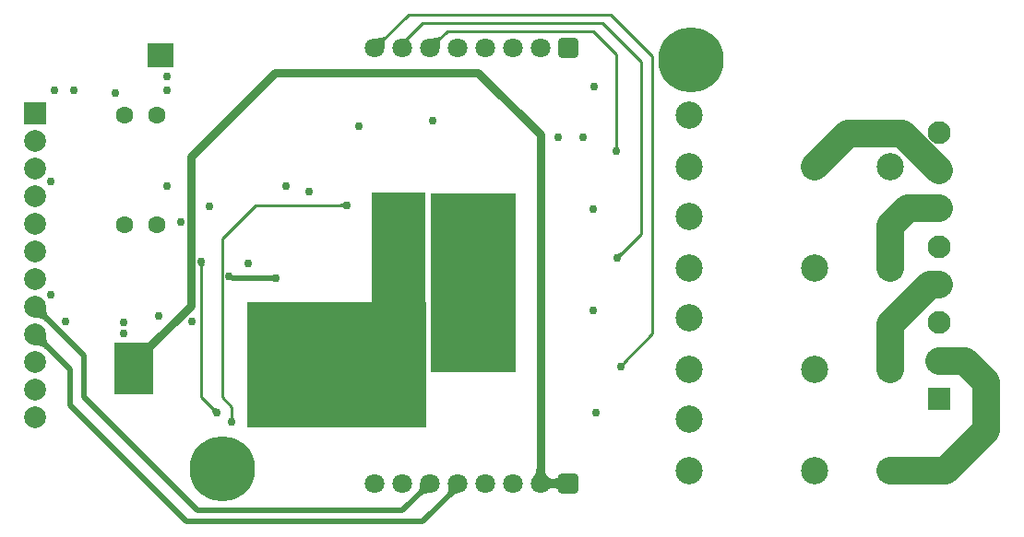
<source format=gbl>
G04*
G04 #@! TF.GenerationSoftware,Altium Limited,Altium Designer,20.0.2 (26)*
G04*
G04 Layer_Physical_Order=4*
G04 Layer_Color=16711680*
%FSLAX25Y25*%
%MOIN*%
G70*
G01*
G75*
%ADD12C,0.01000*%
%ADD88C,0.03000*%
%ADD89C,0.09900*%
%ADD91C,0.02000*%
%ADD98R,0.14000X0.18500*%
%ADD112C,0.07874*%
%ADD113R,0.07874X0.07874*%
%ADD114C,0.07087*%
G04:AMPARAMS|DCode=115|XSize=70.87mil|YSize=70.87mil|CornerRadius=8.86mil|HoleSize=0mil|Usage=FLASHONLY|Rotation=180.000|XOffset=0mil|YOffset=0mil|HoleType=Round|Shape=RoundedRectangle|*
%AMROUNDEDRECTD115*
21,1,0.07087,0.05315,0,0,180.0*
21,1,0.05315,0.07087,0,0,180.0*
1,1,0.01772,-0.02657,0.02657*
1,1,0.01772,0.02657,0.02657*
1,1,0.01772,0.02657,-0.02657*
1,1,0.01772,-0.02657,-0.02657*
%
%ADD115ROUNDEDRECTD115*%
%ADD116C,0.06299*%
%ADD117C,0.23622*%
%ADD118C,0.09843*%
%ADD119C,0.08268*%
%ADD120R,0.08268X0.08268*%
%ADD121C,0.01968*%
%ADD122C,0.03000*%
%ADD138R,0.64500X0.45500*%
%ADD139R,0.19500X0.44000*%
%ADD140R,0.30500X0.64500*%
%ADD141R,0.09500X0.08500*%
G36*
X39089Y-128495D02*
X38844Y-128276D01*
X38574Y-128079D01*
X38277Y-127907D01*
X37955Y-127758D01*
X37606Y-127633D01*
X37231Y-127532D01*
X36830Y-127454D01*
X36404Y-127400D01*
X35951Y-127369D01*
X35472Y-127362D01*
X39370Y-123465D01*
X39377Y-123943D01*
X39407Y-124396D01*
X39461Y-124823D01*
X39539Y-125223D01*
X39641Y-125598D01*
X39766Y-125947D01*
X39915Y-126269D01*
X40087Y-126566D01*
X40283Y-126836D01*
X40503Y-127081D01*
X39089Y-128495D01*
D02*
G37*
G36*
Y-118495D02*
X38844Y-118275D01*
X38574Y-118079D01*
X38277Y-117907D01*
X37955Y-117758D01*
X37606Y-117633D01*
X37231Y-117532D01*
X36830Y-117454D01*
X36404Y-117400D01*
X35951Y-117369D01*
X35472Y-117362D01*
X39370Y-113465D01*
X39377Y-113943D01*
X39407Y-114396D01*
X39461Y-114823D01*
X39539Y-115223D01*
X39641Y-115598D01*
X39766Y-115947D01*
X39915Y-116269D01*
X40087Y-116566D01*
X40283Y-116836D01*
X40503Y-117081D01*
X39089Y-118495D01*
D02*
G37*
G36*
X99717Y-149510D02*
X99819Y-149604D01*
X99927Y-149689D01*
X100040Y-149763D01*
X100159Y-149827D01*
X100283Y-149881D01*
X100412Y-149925D01*
X100547Y-149959D01*
X100688Y-149983D01*
X100834Y-149997D01*
X100985Y-150000D01*
X99500Y-151485D01*
X99497Y-151334D01*
X99483Y-151188D01*
X99459Y-151047D01*
X99425Y-150912D01*
X99381Y-150783D01*
X99327Y-150659D01*
X99263Y-150540D01*
X99189Y-150427D01*
X99104Y-150319D01*
X99010Y-150217D01*
X99717Y-149510D01*
D02*
G37*
G36*
X95000Y-99314D02*
X94994Y-99175D01*
X94978Y-99039D01*
X94950Y-98907D01*
X94912Y-98778D01*
X94863Y-98651D01*
X94802Y-98529D01*
X94731Y-98409D01*
X94648Y-98293D01*
X94555Y-98181D01*
X94450Y-98071D01*
X96550D01*
X96446Y-98181D01*
X96352Y-98293D01*
X96270Y-98409D01*
X96198Y-98529D01*
X96137Y-98651D01*
X96088Y-98778D01*
X96049Y-98907D01*
X96022Y-99039D01*
X96005Y-99175D01*
X96000Y-99314D01*
X95000D01*
D02*
G37*
G36*
X146929Y-77550D02*
X146819Y-77446D01*
X146706Y-77352D01*
X146590Y-77270D01*
X146471Y-77198D01*
X146349Y-77138D01*
X146222Y-77088D01*
X146093Y-77049D01*
X145961Y-77022D01*
X145825Y-77005D01*
X145686Y-77000D01*
Y-76000D01*
X145825Y-75994D01*
X145961Y-75978D01*
X146093Y-75950D01*
X146222Y-75912D01*
X146349Y-75862D01*
X146471Y-75802D01*
X146590Y-75731D01*
X146706Y-75648D01*
X146819Y-75555D01*
X146929Y-75450D01*
Y-77550D01*
D02*
G37*
G36*
X106968Y-101900D02*
X107000Y-101921D01*
X107049Y-101939D01*
X107116Y-101955D01*
X107200Y-101969D01*
X107420Y-101989D01*
X107709Y-101999D01*
X107879Y-102000D01*
X107699Y-104000D01*
X105967Y-103675D01*
X106953Y-101876D01*
X106968Y-101900D01*
D02*
G37*
G36*
X121429Y-104050D02*
X121411Y-104041D01*
X121375Y-104032D01*
X121323Y-104025D01*
X121168Y-104013D01*
X120653Y-104000D01*
X120482Y-104000D01*
Y-102000D01*
X121429Y-101950D01*
Y-104050D01*
D02*
G37*
G36*
X107006Y-152825D02*
X107022Y-152961D01*
X107050Y-153093D01*
X107088Y-153223D01*
X107138Y-153349D01*
X107198Y-153471D01*
X107270Y-153591D01*
X107352Y-153707D01*
X107446Y-153819D01*
X107550Y-153929D01*
X105450D01*
X105554Y-153819D01*
X105648Y-153707D01*
X105730Y-153591D01*
X105802Y-153471D01*
X105862Y-153349D01*
X105912Y-153223D01*
X105950Y-153093D01*
X105978Y-152961D01*
X105994Y-152825D01*
X106000Y-152686D01*
X107000D01*
X107006Y-152825D01*
D02*
G37*
G36*
X173386Y-180365D02*
X173593Y-180137D01*
X173778Y-179889D01*
X173941Y-179622D01*
X174081Y-179335D01*
X174199Y-179028D01*
X174295Y-178702D01*
X174369Y-178356D01*
X174421Y-177991D01*
X174450Y-177605D01*
X174457Y-177201D01*
X177965Y-180709D01*
X177560Y-180716D01*
X177175Y-180745D01*
X176809Y-180796D01*
X176463Y-180870D01*
X176137Y-180966D01*
X175830Y-181084D01*
X175543Y-181225D01*
X175276Y-181387D01*
X175028Y-181572D01*
X174800Y-181779D01*
X173386Y-180365D01*
D02*
G37*
G36*
X183952Y-181134D02*
X184168Y-180894D01*
X184351Y-180641D01*
X184500Y-180375D01*
X184614Y-180096D01*
X184696Y-179803D01*
X184743Y-179498D01*
X184757Y-179179D01*
X184736Y-178847D01*
X184682Y-178501D01*
X184594Y-178143D01*
X188909Y-180590D01*
X188490Y-180709D01*
X187721Y-180970D01*
X187372Y-181113D01*
X186746Y-181422D01*
X186468Y-181589D01*
X186214Y-181764D01*
X185983Y-181947D01*
X185776Y-182138D01*
X183952Y-181134D01*
D02*
G37*
G36*
X219500Y-171829D02*
X219510Y-172189D01*
X219539Y-172532D01*
X219588Y-172856D01*
X219657Y-173164D01*
X219745Y-173453D01*
X219853Y-173725D01*
X219980Y-173979D01*
X220127Y-174215D01*
X220294Y-174434D01*
X220480Y-174635D01*
X215520D01*
X215706Y-174434D01*
X215873Y-174215D01*
X216020Y-173979D01*
X216147Y-173725D01*
X216255Y-173453D01*
X216343Y-173164D01*
X216412Y-172856D01*
X216461Y-172532D01*
X216490Y-172189D01*
X216500Y-171829D01*
X219500D01*
D02*
G37*
G36*
X224530Y-180159D02*
X224500Y-179875D01*
X224407Y-179621D01*
X224253Y-179397D01*
X224038Y-179203D01*
X223761Y-179039D01*
X223422Y-178904D01*
X223022Y-178800D01*
X222560Y-178725D01*
X222520Y-178722D01*
X222309Y-178754D01*
X222002Y-178822D01*
X221712Y-178910D01*
X221441Y-179018D01*
X221186Y-179146D01*
X220950Y-179293D01*
X220731Y-179459D01*
X220530Y-179646D01*
Y-174685D01*
X220731Y-174871D01*
X220950Y-175038D01*
X221186Y-175185D01*
X221441Y-175312D01*
X221712Y-175420D01*
X222002Y-175508D01*
X222309Y-175577D01*
X222520Y-175609D01*
X222560Y-175606D01*
X223022Y-175531D01*
X223422Y-175426D01*
X223761Y-175292D01*
X224038Y-175128D01*
X224253Y-174934D01*
X224407Y-174710D01*
X224500Y-174456D01*
X224530Y-174172D01*
Y-180159D01*
D02*
G37*
G36*
X162337Y-16055D02*
X162181Y-16239D01*
X162042Y-16462D01*
X161921Y-16724D01*
X161816Y-17025D01*
X161728Y-17365D01*
X161657Y-17743D01*
X161603Y-18161D01*
X161546Y-19115D01*
X161543Y-19650D01*
X158035Y-16142D01*
X158571Y-16139D01*
X159524Y-16082D01*
X159942Y-16028D01*
X160321Y-15957D01*
X160661Y-15869D01*
X160961Y-15764D01*
X161223Y-15642D01*
X161446Y-15504D01*
X161630Y-15348D01*
X162337Y-16055D01*
D02*
G37*
G36*
X182337D02*
X182181Y-16239D01*
X182043Y-16462D01*
X181921Y-16724D01*
X181816Y-17025D01*
X181728Y-17365D01*
X181657Y-17743D01*
X181603Y-18161D01*
X181546Y-19115D01*
X181543Y-19650D01*
X178035Y-16142D01*
X178570Y-16139D01*
X179524Y-16082D01*
X179942Y-16028D01*
X180321Y-15957D01*
X180660Y-15869D01*
X180961Y-15764D01*
X181223Y-15642D01*
X181446Y-15504D01*
X181630Y-15348D01*
X182337Y-16055D01*
D02*
G37*
G36*
X247653Y-94381D02*
X247559Y-94483D01*
X247475Y-94591D01*
X247400Y-94704D01*
X247336Y-94822D01*
X247282Y-94946D01*
X247238Y-95076D01*
X247204Y-95211D01*
X247181Y-95351D01*
X247167Y-95497D01*
X247163Y-95648D01*
X245678Y-94164D01*
X245830Y-94160D01*
X245975Y-94146D01*
X246116Y-94123D01*
X246251Y-94089D01*
X246380Y-94045D01*
X246504Y-93991D01*
X246623Y-93927D01*
X246736Y-93852D01*
X246844Y-93768D01*
X246946Y-93673D01*
X247653Y-94381D01*
D02*
G37*
G36*
X246000Y-54686D02*
X246006Y-54825D01*
X246022Y-54961D01*
X246049Y-55093D01*
X246088Y-55222D01*
X246137Y-55348D01*
X246198Y-55471D01*
X246269Y-55590D01*
X246352Y-55707D01*
X246445Y-55819D01*
X246550Y-55929D01*
X244450D01*
X244554Y-55819D01*
X244648Y-55707D01*
X244730Y-55590D01*
X244802Y-55471D01*
X244863Y-55348D01*
X244912Y-55222D01*
X244951Y-55093D01*
X244978Y-54961D01*
X244994Y-54825D01*
X245000Y-54686D01*
X246000D01*
D02*
G37*
D12*
X102900Y-145900D02*
X106500Y-149500D01*
Y-155000D02*
Y-149500D01*
X102900Y-88600D02*
X115000Y-76500D01*
X102900Y-145900D02*
Y-88600D01*
X95500Y-146000D02*
X101000Y-151500D01*
X95500Y-146000D02*
Y-97000D01*
X237000Y-13500D02*
X245500Y-22000D01*
Y-57000D02*
Y-22000D01*
X184185Y-13500D02*
X237000D01*
X178000Y-19685D02*
X184185Y-13500D01*
X245663Y-95663D02*
X254500Y-86827D01*
Y-24500D01*
X240500Y-10500D02*
X254500Y-24500D01*
X175500Y-10500D02*
X240500D01*
X169724Y-16276D02*
X175500Y-10500D01*
X169724Y-16314D02*
Y-16276D01*
X168000Y-18038D02*
X169724Y-16314D01*
X168000Y-19685D02*
Y-18038D01*
X248000Y-133500D02*
X258500Y-123000D01*
Y-22500D01*
X243500Y-7500D02*
X258500Y-22500D01*
X170185Y-7500D02*
X243500D01*
X158000Y-19685D02*
X170185Y-7500D01*
X115000Y-76500D02*
X148000D01*
D88*
X74750Y-129750D02*
X91600Y-112900D01*
Y-58900D02*
X122000Y-28500D01*
X218000Y-177165D02*
X228000D01*
X188500Y-28500D02*
X195500D01*
X182000D02*
X188500D01*
X218000Y-177165D02*
Y-51000D01*
X195500Y-28500D02*
X218000Y-51000D01*
X91600Y-112900D02*
Y-58900D01*
X122000Y-28500D02*
X182000D01*
D89*
X344417Y-172498D02*
X364502D01*
X379000Y-158000D01*
Y-140500D01*
X371374Y-132874D02*
X379000Y-140500D01*
X362000Y-132874D02*
X371374D01*
X344417Y-135832D02*
Y-119583D01*
X358685Y-105315D01*
X362000D01*
X344500Y-99082D02*
Y-84000D01*
X344417Y-99165D02*
X344500Y-99082D01*
Y-84000D02*
X350744Y-77756D01*
X362000D01*
X316858Y-62498D02*
X328856Y-50500D01*
X348524D01*
X362000Y-63976D01*
D91*
X53000Y-146000D02*
X94000Y-187000D01*
X53000Y-146000D02*
Y-130992D01*
X94000Y-187000D02*
X168165D01*
X48000Y-149000D02*
X90000Y-191000D01*
X175500D01*
X105500Y-102250D02*
X105771D01*
X106521Y-103000D01*
X122500D01*
X168165Y-187000D02*
X178000Y-177165D01*
X35433Y-113425D02*
X53000Y-130992D01*
X175500Y-191000D02*
X188000Y-178500D01*
Y-177165D01*
X48000Y-149000D02*
Y-135992D01*
X35433Y-123425D02*
X48000Y-135992D01*
D98*
X71000Y-135750D02*
D03*
D112*
X35433Y-93425D02*
D03*
Y-53425D02*
D03*
Y-63425D02*
D03*
Y-73425D02*
D03*
Y-83425D02*
D03*
Y-103425D02*
D03*
Y-113425D02*
D03*
Y-123425D02*
D03*
Y-133425D02*
D03*
Y-143425D02*
D03*
Y-153425D02*
D03*
D113*
Y-43425D02*
D03*
D114*
X168000Y-19685D02*
D03*
X158000D02*
D03*
X178000D02*
D03*
X188000D02*
D03*
X198000D02*
D03*
X208000D02*
D03*
X218000D02*
D03*
X168000Y-177165D02*
D03*
X158000D02*
D03*
X178000D02*
D03*
X188000D02*
D03*
X198000D02*
D03*
X208000D02*
D03*
X218000D02*
D03*
D115*
X228000Y-19685D02*
D03*
Y-177165D02*
D03*
D116*
X79500Y-83500D02*
D03*
X67689D02*
D03*
X79500Y-44000D02*
D03*
X67689D02*
D03*
D117*
X103000Y-172000D02*
D03*
X272500Y-24000D02*
D03*
D118*
X271583Y-62498D02*
D03*
X316858D02*
D03*
X344417D02*
D03*
X271583Y-43994D02*
D03*
Y-99165D02*
D03*
X316858D02*
D03*
X344417D02*
D03*
X271583Y-80661D02*
D03*
Y-135832D02*
D03*
X316858D02*
D03*
X344417D02*
D03*
X271583Y-117328D02*
D03*
Y-172498D02*
D03*
X316858D02*
D03*
X344417D02*
D03*
X271583Y-153994D02*
D03*
D119*
X362000Y-77756D02*
D03*
Y-105315D02*
D03*
Y-132874D02*
D03*
Y-119095D02*
D03*
Y-91535D02*
D03*
Y-63976D02*
D03*
Y-50197D02*
D03*
D120*
Y-146653D02*
D03*
D121*
X152665Y-134831D02*
D03*
X148335D02*
D03*
X152665Y-130500D02*
D03*
X148335D02*
D03*
X152665Y-126169D02*
D03*
X148335D02*
D03*
D122*
X46500Y-118500D02*
D03*
X67500Y-123000D02*
D03*
Y-119000D02*
D03*
X106500Y-155000D02*
D03*
X101000Y-151500D02*
D03*
X245500Y-57000D02*
D03*
X245663Y-95663D02*
D03*
X247077Y-135077D02*
D03*
X188500Y-28500D02*
D03*
X138500Y-114000D02*
D03*
X105500Y-102250D02*
D03*
X122500Y-103000D02*
D03*
X88000Y-82500D02*
D03*
X95500Y-97000D02*
D03*
X148000Y-76500D02*
D03*
X238000Y-151500D02*
D03*
X237000Y-114500D02*
D03*
Y-78000D02*
D03*
X237500Y-33500D02*
D03*
X126000Y-69500D02*
D03*
X134500Y-71500D02*
D03*
X80000Y-116500D02*
D03*
X91980Y-118480D02*
D03*
X41000Y-109000D02*
D03*
X112500Y-97500D02*
D03*
X98500Y-77000D02*
D03*
X83000Y-69500D02*
D03*
X41000Y-68000D02*
D03*
X233500Y-52000D02*
D03*
X224500D02*
D03*
X182000Y-28500D02*
D03*
X74000Y-129000D02*
D03*
X67000D02*
D03*
X179000Y-46000D02*
D03*
X152500Y-48000D02*
D03*
X83000Y-35000D02*
D03*
Y-30000D02*
D03*
X82500Y-24500D02*
D03*
Y-20000D02*
D03*
X64500Y-36000D02*
D03*
X49500Y-35000D02*
D03*
X42500D02*
D03*
X204500Y-78500D02*
D03*
X205000Y-87000D02*
D03*
X194000D02*
D03*
X170000Y-106500D02*
D03*
X160000Y-106000D02*
D03*
X161500Y-91500D02*
D03*
X173000Y-86500D02*
D03*
X160500Y-85500D02*
D03*
Y-75500D02*
D03*
X205000Y-97500D02*
D03*
X198500Y-112500D02*
D03*
X190500D02*
D03*
X183500D02*
D03*
X205000Y-128500D02*
D03*
Y-121500D02*
D03*
X204500Y-106500D02*
D03*
X205000Y-113500D02*
D03*
X129500Y-114500D02*
D03*
X122000D02*
D03*
X115000D02*
D03*
D138*
X144250Y-134250D02*
D03*
D139*
X166750Y-94000D02*
D03*
D140*
X193750Y-104750D02*
D03*
D141*
X80750Y-22250D02*
D03*
M02*

</source>
